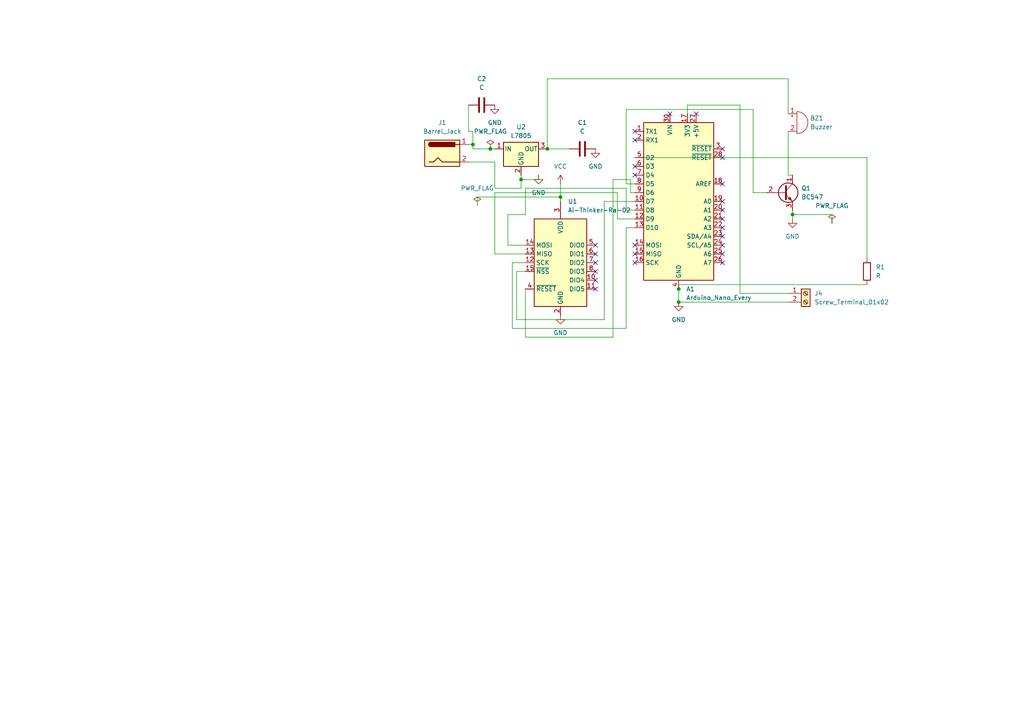
<source format=kicad_sch>
(kicad_sch (version 20250114) (generator "eeschema") (generator_version "9.0")
  (paper "A4")
  (lib_symbols
    (symbol "Connector:Barrel_Jack" (pin_names (offset 1.016))
      (property "Reference" "J" (at 0 5.334 0))
      (property "Value" "Barrel_Jack" (at 0 -5.08 0))
      (symbol "Barrel_Jack_0_1"
        (rectangle (start -5.08 3.81) (end 5.08 -3.81) (stroke (width 0.254)) (fill (type background)))
        (polyline (pts (xy -3.81 -2.54) (xy -2.54 -2.54) (xy -1.27 -1.27) (xy 0 -2.54) (xy 2.54 -2.54) (xy 5.08 -2.54)) (stroke (width 0.254)))
        (arc (start -3.302 1.905) (mid -3.9343 2.54) (end -3.302 3.175) (stroke (width 0.254)))
        (arc (start -3.302 1.905) (mid -3.9343 2.54) (end -3.302 3.175) (stroke (width 0.254)) (fill (type outline)))
        (rectangle (start 3.683 3.175) (end -3.302 1.905) (stroke (width 0.254)) (fill (type outline)))
        (polyline (pts (xy 5.08 2.54) (xy 3.81 2.54)) (stroke (width 0.254)))
      )
      (symbol "Barrel_Jack_1_1"
        (pin passive line (at 7.62 2.54 180) (length 2.54) (name "~") (number "1"))
        (pin passive line (at 7.62 -2.54 180) (length 2.54) (name "~") (number "2"))
      )
    )
    (symbol "Connector:Screw_Terminal_01x02" (pin_names (offset 1.016) (hide yes))
      (property "Reference" "J" (at 0 2.54 0))
      (property "Value" "Screw_Terminal_01x02" (at 0 -5.08 0))
      (symbol "Screw_Terminal_01x02_1_1"
        (rectangle (start -1.27 1.27) (end 1.27 -3.81) (stroke (width 0.254)) (fill (type background)))
        (polyline (pts (xy -0.5334 0.3302) (xy 0.3302 -0.508)) (stroke (width 0.1524)))
        (polyline (pts (xy -0.5334 -2.2098) (xy 0.3302 -3.048)) (stroke (width 0.1524)))
        (polyline (pts (xy -0.3556 0.508) (xy 0.508 -0.3302)) (stroke (width 0.1524)))
        (polyline (pts (xy -0.3556 -2.032) (xy 0.508 -2.8702)) (stroke (width 0.1524)))
        (circle (center 0 0) (radius 0.635) (stroke (width 0.1524)))
        (circle (center 0 -2.54) (radius 0.635) (stroke (width 0.1524)))
        (pin passive line (at -5.08 0 0) (length 3.81) (name "Pin_1") (number "1"))
        (pin passive line (at -5.08 -2.54 0) (length 3.81) (name "Pin_2") (number "2"))
      )
    )
    (symbol "Device:Buzzer" (pin_names (offset 0.0254) (hide yes))
      (property "Reference" "BZ" (at 3.81 1.27 0))
      (property "Value" "Buzzer" (at 3.81 -1.27 0))
      (symbol "Buzzer_0_1"
        (polyline (pts (xy -1.651 1.905) (xy -1.143 1.905)))
        (polyline (pts (xy -1.397 2.159) (xy -1.397 1.651)))
        (arc (start 0 3.175) (mid 3.1612 0) (end 0 -3.175))
        (polyline (pts (xy 0 3.175) (xy 0 -3.175)))
      )
      (symbol "Buzzer_1_1"
        (pin passive line (at -2.54 2.54 0) (length 2.54) (name "+") (number "1"))
        (pin passive line (at -2.54 -2.54 0) (length 2.54) (name "-") (number "2"))
      )
    )
    (symbol "Device:C" (pin_numbers (hide yes)) (pin_names (offset 0.254))
      (property "Reference" "C" (at 0.635 2.54 0))
      (property "Value" "C" (at 0.635 -2.54 0))
      (symbol "C_0_1"
        (polyline (pts (xy -2.032 0.762) (xy 2.032 0.762)) (stroke (width 0.508)))
        (polyline (pts (xy -2.032 -0.762) (xy 2.032 -0.762)) (stroke (width 0.508)))
      )
      (symbol "C_1_1"
        (pin passive line (at 0 3.81 270) (length 2.794) (name "~") (number "1"))
        (pin passive line (at 0 -3.81 90) (length 2.794) (name "~") (number "2"))
      )
    )
    (symbol "Device:R" (pin_numbers (hide yes)) (pin_names (offset 0))
      (property "Reference" "R" (at 2.032 0 90))
      (property "Value" "R" (at 0 0 90))
      (symbol "R_0_1"
        (rectangle (start -1.016 -2.54) (end 1.016 2.54) (stroke (width 0.254)))
      )
      (symbol "R_1_1"
        (pin passive line (at 0 3.81 270) (length 1.27) (name "~") (number "1"))
        (pin passive line (at 0 -3.81 90) (length 1.27) (name "~") (number "2"))
      )
    )
    (symbol "MCU_Module:Arduino_Nano_Every"
      (property "Reference" "A" (at -10.16 23.495 0))
      (property "Value" "Arduino_Nano_Every" (at 5.08 -24.13 0))
      (symbol "Arduino_Nano_Every_0_1"
        (rectangle (start -10.16 22.86) (end 10.16 -22.86) (stroke (width 0.254)) (fill (type background)))
      )
      (symbol "Arduino_Nano_Every_1_1"
        (pin bidirectional line (at -12.7 20.32 0) (length 2.54) (name "TX1") (number "1"))
        (pin bidirectional line (at -12.7 17.78 0) (length 2.54) (name "RX1") (number "2"))
        (pin bidirectional line (at -12.7 12.7 0) (length 2.54) (name "D2") (number "5"))
        (pin bidirectional line (at -12.7 10.16 0) (length 2.54) (name "D3") (number "6"))
        (pin bidirectional line (at -12.7 7.62 0) (length 2.54) (name "D4") (number "7"))
        (pin bidirectional line (at -12.7 5.08 0) (length 2.54) (name "D5") (number "8"))
        (pin bidirectional line (at -12.7 2.54 0) (length 2.54) (name "D6") (number "9"))
        (pin bidirectional line (at -12.7 0 0) (length 2.54) (name "D7") (number "10"))
        (pin bidirectional line (at -12.7 -2.54 0) (length 2.54) (name "D8") (number "11"))
        (pin bidirectional line (at -12.7 -5.08 0) (length 2.54) (name "D9") (number "12"))
        (pin bidirectional line (at -12.7 -7.62 0) (length 2.54) (name "D10") (number "13"))
        (pin bidirectional line (at -12.7 -12.7 0) (length 2.54) (name "MOSI") (number "14"))
        (pin bidirectional line (at -12.7 -15.24 0) (length 2.54) (name "MISO") (number "15"))
        (pin bidirectional line (at -12.7 -17.78 0) (length 2.54) (name "SCK") (number "16"))
        (pin power_in line (at -2.54 25.4 270) (length 2.54) (name "VIN") (number "30"))
        (pin passive line (at 0 -25.4 90) (length 2.54) (hide yes) (name "GND") (number "29"))
        (pin power_in line (at 0 -25.4 90) (length 2.54) (name "GND") (number "4"))
        (pin power_out line (at 2.54 25.4 270) (length 2.54) (name "3V3") (number "17"))
        (pin power_out line (at 5.08 25.4 270) (length 2.54) (name "+5V") (number "27"))
        (pin input line (at 12.7 15.24 180) (length 2.54) (name "~{RESET}") (number "3"))
        (pin input line (at 12.7 12.7 180) (length 2.54) (name "~{RESET}") (number "28"))
        (pin input line (at 12.7 5.08 180) (length 2.54) (name "AREF") (number "18"))
        (pin bidirectional line (at 12.7 0 180) (length 2.54) (name "A0") (number "19"))
        (pin bidirectional line (at 12.7 -2.54 180) (length 2.54) (name "A1") (number "20"))
        (pin bidirectional line (at 12.7 -5.08 180) (length 2.54) (name "A2") (number "21"))
        (pin bidirectional line (at 12.7 -7.62 180) (length 2.54) (name "A3") (number "22"))
        (pin bidirectional line (at 12.7 -10.16 180) (length 2.54) (name "SDA/A4") (number "23"))
        (pin bidirectional line (at 12.7 -12.7 180) (length 2.54) (name "SCL/A5") (number "24"))
        (pin bidirectional line (at 12.7 -15.24 180) (length 2.54) (name "A6") (number "25"))
        (pin bidirectional line (at 12.7 -17.78 180) (length 2.54) (name "A7") (number "26"))
      )
    )
    (symbol "RF_Module:Ai-Thinker-Ra-02"
      (property "Reference" "U" (at 2.54 19.05 0))
      (property "Value" "Ai-Thinker-Ra-02" (at 13.97 -15.24 0))
      (symbol "Ai-Thinker-Ra-02_0_1"
        (rectangle (start -7.62 12.7) (end 7.62 -12.7) (stroke (width 0.254)) (fill (type background)))
      )
      (symbol "Ai-Thinker-Ra-02_1_1"
        (pin input line (at -10.16 5.08 0) (length 2.54) (name "MOSI") (number "14"))
        (pin output line (at -10.16 2.54 0) (length 2.54) (name "MISO") (number "13"))
        (pin input line (at -10.16 0 0) (length 2.54) (name "SCK") (number "12"))
        (pin input line (at -10.16 -2.54 0) (length 2.54) (name "~{NSS}") (number "15"))
        (pin input line (at -10.16 -7.62 0) (length 2.54) (name "~{RESET}") (number "4"))
        (pin power_in line (at 0 17.78 270) (length 5.08) (name "VDD") (number "3"))
        (pin passive line (at 0 -15.24 90) (length 2.54) (hide yes) (name "GND") (number "1"))
        (pin passive line (at 0 -15.24 90) (length 2.54) (hide yes) (name "GND") (number "16"))
        (pin power_in line (at 0 -15.24 90) (length 2.54) (name "GND") (number "2"))
        (pin passive line (at 0 -15.24 90) (length 2.54) (hide yes) (name "GND") (number "9"))
        (pin bidirectional line (at 10.16 5.08 180) (length 2.54) (name "DIO0") (number "5"))
        (pin bidirectional line (at 10.16 2.54 180) (length 2.54) (name "DIO1") (number "6"))
        (pin bidirectional line (at 10.16 0 180) (length 2.54) (name "DIO2") (number "7"))
        (pin bidirectional line (at 10.16 -2.54 180) (length 2.54) (name "DIO3") (number "8"))
        (pin bidirectional line (at 10.16 -5.08 180) (length 2.54) (name "DIO4") (number "10"))
        (pin bidirectional line (at 10.16 -7.62 180) (length 2.54) (name "DIO5") (number "11"))
      )
    )
    (symbol "Regulator_Linear:L7805" (pin_names (offset 0.254))
      (property "Reference" "U" (at -3.81 3.175 0))
      (property "Value" "L7805" (at 0 3.175 0))
      (symbol "L7805_0_1"
        (rectangle (start -5.08 1.905) (end 5.08 -5.08) (stroke (width 0.254)) (fill (type background)))
      )
      (symbol "L7805_1_1"
        (pin power_in line (at -7.62 0 0) (length 2.54) (name "IN") (number "1"))
        (pin power_in line (at 0 -7.62 90) (length 2.54) (name "GND") (number "2"))
        (pin power_out line (at 7.62 0 180) (length 2.54) (name "OUT") (number "3"))
      )
    )
    (symbol "Transistor_BJT:BC547" (pin_names (offset 0) (hide yes))
      (property "Reference" "Q" (at 5.08 1.905 0))
      (property "Value" "BC547" (at 5.08 0 0))
      (symbol "BC547_0_1"
        (polyline (pts (xy -2.54 0) (xy 0.635 0)))
        (polyline (pts (xy 0.635 1.905) (xy 0.635 -1.905)) (stroke (width 0.508)))
        (circle (center 1.27 0) (radius 2.8194) (stroke (width 0.254)))
      )
      (symbol "BC547_1_1"
        (polyline (pts (xy 0.635 0.635) (xy 2.54 2.54)))
        (polyline (pts (xy 0.635 -0.635) (xy 2.54 -2.54)))
        (polyline (pts (xy 1.27 -1.778) (xy 1.778 -1.27) (xy 2.286 -2.286) (xy 1.27 -1.778)) (fill (type outline)))
        (pin input line (at -5.08 0 0) (length 2.54) (name "B") (number "2"))
        (pin passive line (at 2.54 5.08 270) (length 2.54) (name "C") (number "1"))
        (pin passive line (at 2.54 -5.08 90) (length 2.54) (name "E") (number "3"))
      )
    )
    (symbol "power:GND" (power) (pin_numbers (hide yes)) (pin_names (offset 0) (hide yes))
      (property "Value" "GND" (at 0 -3.81 0))
      (symbol "GND_0_1"
        (polyline (pts (xy 0 0) (xy 0 -1.27) (xy 1.27 -1.27) (xy 0 -2.54) (xy -1.27 -1.27) (xy 0 -1.27)))
      )
      (symbol "GND_1_1"
        (pin power_in line (at 0 0 270) (length 0) (name "~") (number "1"))
      )
    )
    (symbol "power:PWR_FLAG" (power) (pin_numbers (hide yes)) (pin_names (offset 0) (hide yes))
      (property "Value" "PWR_FLAG" (at 0 3.81 0))
      (symbol "PWR_FLAG_0_0"
        (pin power_out line (at 0 0 90) (length 0) (name "~") (number "1"))
      )
      (symbol "PWR_FLAG_0_1"
        (polyline (pts (xy 0 0) (xy 0 1.27) (xy -1.016 1.905) (xy 0 2.54) (xy 1.016 1.905) (xy 0 1.27)))
      )
    )
    (symbol "power:VCC" (power) (pin_numbers (hide yes)) (pin_names (offset 0) (hide yes))
      (property "Value" "VCC" (at 0 3.556 0))
      (symbol "VCC_0_1"
        (polyline (pts (xy -0.762 1.27) (xy 0 2.54)))
        (polyline (pts (xy 0 2.54) (xy 0.762 1.27)))
        (polyline (pts (xy 0 0) (xy 0 2.54)))
      )
      (symbol "VCC_1_1"
        (pin power_in line (at 0 0 90) (length 0) (name "~") (number "1"))
      )
    )
  )
  (junction (at 229.87 62.23))
  (junction (at 196.85 83.82))
  (junction (at 137.16 41.91))
  (junction (at 158.75 43.18))
  (junction (at 162.56 57.15))
  (junction (at 196.85 87.63))
  (junction (at 151.13 52.07))
  (junction (at 142.24 43.18))
  (no_connect (at 184.15 48.26))
  (no_connect (at 209.55 53.34))
  (no_connect (at 184.15 50.8))
  (no_connect (at 194.31 33.02))
  (no_connect (at 172.72 76.2))
  (no_connect (at 209.55 68.58))
  (no_connect (at 184.15 73.66))
  (no_connect (at 209.55 63.5))
  (no_connect (at 172.72 73.66))
  (no_connect (at 172.72 78.74))
  (no_connect (at 209.55 60.96))
  (no_connect (at 209.55 45.72))
  (no_connect (at 184.15 38.1))
  (no_connect (at 209.55 71.12))
  (no_connect (at 209.55 73.66))
  (no_connect (at 184.15 71.12))
  (no_connect (at 209.55 76.2))
  (no_connect (at 184.15 40.64))
  (no_connect (at 209.55 43.18))
  (no_connect (at 184.15 76.2))
  (no_connect (at 172.72 71.12))
  (no_connect (at 209.55 66.04))
  (no_connect (at 201.93 33.02))
  (no_connect (at 172.72 83.82))
  (no_connect (at 172.72 81.28))
  (no_connect (at 209.55 58.42))
  (wire (pts (xy 151.13 52.07) (xy 151.13 50.8)))
  (wire (pts (xy 214.63 30.48) (xy 214.63 85.09)))
  (wire (pts (xy 158.75 22.86) (xy 158.75 43.18)))
  (wire (pts (xy 143.51 73.66) (xy 152.4 73.66)))
  (wire (pts (xy 162.56 57.15) (xy 162.56 58.42)))
  (wire (pts (xy 181.61 31.75) (xy 218.44 31.75)))
  (wire (pts (xy 156.21 50.8) (xy 156.21 52.07)))
  (wire (pts (xy 135.89 41.91) (xy 137.16 41.91)))
  (wire (pts (xy 179.07 63.5) (xy 179.07 55.88)))
  (wire (pts (xy 135.89 46.99) (xy 143.51 46.99)))
  (wire (pts (xy 137.16 43.18) (xy 142.24 43.18)))
  (wire (pts (xy 148.59 76.2) (xy 148.59 95.25)))
  (wire (pts (xy 152.4 83.82) (xy 152.4 97.79)))
  (wire (pts (xy 228.6 33.02) (xy 228.6 22.86)))
  (wire (pts (xy 218.44 31.75) (xy 218.44 55.88)))
  (wire (pts (xy 184.15 45.72) (xy 251.46 45.72)))
  (wire (pts (xy 181.61 66.04) (xy 184.15 66.04)))
  (wire (pts (xy 177.8 52.07) (xy 182.88 52.07)))
  (wire (pts (xy 196.85 82.55) (xy 196.85 83.82)))
  (wire (pts (xy 218.44 55.88) (xy 222.25 55.88)))
  (wire (pts (xy 199.39 30.48) (xy 214.63 30.48)))
  (wire (pts (xy 184.15 63.5) (xy 179.07 63.5)))
  (wire (pts (xy 179.07 55.88) (xy 143.51 55.88)))
  (wire (pts (xy 196.85 83.82) (xy 196.85 87.63)))
  (wire (pts (xy 229.87 62.23) (xy 229.87 63.5)))
  (wire (pts (xy 149.86 92.71) (xy 175.26 92.71)))
  (wire (pts (xy 228.6 87.63) (xy 196.85 87.63)))
  (wire (pts (xy 152.4 97.79) (xy 177.8 97.79)))
  (wire (pts (xy 156.21 52.07) (xy 151.13 52.07)))
  (wire (pts (xy 182.88 55.88) (xy 184.15 55.88)))
  (wire (pts (xy 158.75 43.18) (xy 165.1 43.18)))
  (wire (pts (xy 181.61 54.61) (xy 152.4 54.61)))
  (wire (pts (xy 228.6 38.1) (xy 228.6 50.8)))
  (wire (pts (xy 147.32 62.23) (xy 147.32 71.12)))
  (wire (pts (xy 143.51 54.61) (xy 151.13 54.61)))
  (wire (pts (xy 149.86 78.74) (xy 149.86 92.71)))
  (wire (pts (xy 147.32 71.12) (xy 152.4 71.12)))
  (wire (pts (xy 143.51 46.99) (xy 143.51 54.61)))
  (wire (pts (xy 158.75 22.86) (xy 228.6 22.86)))
  (wire (pts (xy 138.43 57.15) (xy 162.56 57.15)))
  (wire (pts (xy 137.16 38.1) (xy 137.16 41.91)))
  (wire (pts (xy 229.87 60.96) (xy 229.87 62.23)))
  (wire (pts (xy 251.46 74.93) (xy 251.46 45.72)))
  (wire (pts (xy 152.4 62.23) (xy 147.32 62.23)))
  (wire (pts (xy 199.39 30.48) (xy 199.39 33.02)))
  (wire (pts (xy 241.3 62.23) (xy 229.87 62.23)))
  (wire (pts (xy 148.59 95.25) (xy 181.61 95.25)))
  (wire (pts (xy 251.46 82.55) (xy 196.85 82.55)))
  (wire (pts (xy 137.16 43.18) (xy 137.16 41.91)))
  (wire (pts (xy 175.26 58.42) (xy 184.15 58.42)))
  (wire (pts (xy 181.61 95.25) (xy 181.61 66.04)))
  (wire (pts (xy 162.56 53.34) (xy 162.56 57.15)))
  (wire (pts (xy 152.4 76.2) (xy 148.59 76.2)))
  (wire (pts (xy 135.89 38.1) (xy 137.16 38.1)))
  (wire (pts (xy 175.26 58.42) (xy 175.26 92.71)))
  (wire (pts (xy 184.15 53.34) (xy 181.61 53.34)))
  (wire (pts (xy 143.51 55.88) (xy 143.51 73.66)))
  (wire (pts (xy 177.8 97.79) (xy 177.8 52.07)))
  (wire (pts (xy 143.51 43.18) (xy 142.24 43.18)))
  (wire (pts (xy 184.15 60.96) (xy 181.61 60.96)))
  (wire (pts (xy 182.88 52.07) (xy 182.88 55.88)))
  (wire (pts (xy 228.6 50.8) (xy 229.87 50.8)))
  (wire (pts (xy 151.13 54.61) (xy 151.13 52.07)))
  (wire (pts (xy 228.6 85.09) (xy 214.63 85.09)))
  (wire (pts (xy 181.61 60.96) (xy 181.61 54.61)))
  (wire (pts (xy 138.43 59.69) (xy 138.43 57.15)))
  (wire (pts (xy 241.3 64.77) (xy 241.3 62.23)))
  (wire (pts (xy 181.61 53.34) (xy 181.61 31.75)))
  (wire (pts (xy 135.89 30.48) (xy 135.89 38.1)))
  (wire (pts (xy 152.4 78.74) (xy 149.86 78.74)))
  (wire (pts (xy 152.4 54.61) (xy 152.4 62.23)))
  (symbol (lib_id "power:GND") (at 162.56 91.44 0) (unit 1)
    (property "Reference" "#PWR04" (effects (hide yes)))
    (property "Value" "GND" (at 162.56 96.52 0))
    (property "Description" "Power symbol creates a global label with name \"GND\" , ground" (effects (hide yes)))
  )
  (symbol (lib_id "Regulator_Linear:L7805") (at 151.13 43.18 0) (unit 1)
    (property "Reference" "U2" (at 151.13 36.83 0))
    (property "Value" "L7805" (at 151.13 39.37 0))
    (property "Footprint" "Converter_DCDC:Converter_DCDC_TRACO_TSR1-xxxxE_THT" (effects (hide yes)))
    (property "Datasheet" "http://www.st.com/content/ccc/resource/technical/document/datasheet/41/4f/b3/b0/12/d4/47/88/CD00000444.pdf/files/CD00000444.pdf/jcr:content/translations/en.CD00000444.pdf" (effects (hide yes)))
    (property "Description" "Positive 1.5A 35V Linear Regulator, Fixed Output 5V, TO-220/TO-263/TO-252" (effects (hide yes)))
  )
  (symbol (lib_id "RF_Module:Ai-Thinker-Ra-02") (at 162.56 76.2 0) (unit 1)
    (property "Reference" "U1" (at 164.7033 58.42 0) (effects (justify left)))
    (property "Value" "Ai-Thinker-Ra-02" (at 164.7033 60.96 0) (effects (justify left)))
    (property "Footprint" "RF_Module:Ai-Thinker-Ra-01-LoRa" (effects (hide yes)))
    (property "Datasheet" "http://wiki.ai-thinker.com/_media/lora/docs/c048ps01a1_ra-02_product_specification_v1.1.pdf" (effects (hide yes)))
    (property "Description" "Ai-Thinker Ra-02 410-525 MHz LoRa Module, SPI interface, U.FL antenna connector" (effects (hide yes)))
  )
  (symbol (lib_id "power:GND") (at 172.72 43.18 0) (unit 1)
    (property "Reference" "#PWR02" (effects (hide yes)))
    (property "Value" "GND" (at 172.72 48.26 0))
    (property "Description" "Power symbol creates a global label with name \"GND\" , ground" (effects (hide yes)))
  )
  (symbol (lib_id "power:GND") (at 229.87 63.5 0) (unit 1)
    (property "Reference" "#PWR01" (effects (hide yes)))
    (property "Value" "GND" (at 229.87 68.58 0))
    (property "Description" "Power symbol creates a global label with name \"GND\" , ground" (effects (hide yes)))
  )
  (symbol (lib_id "Connector:Barrel_Jack") (at 128.27 44.45 0) (unit 1)
    (property "Reference" "J1" (at 128.27 35.56 0))
    (property "Value" "Barrel_Jack" (at 128.27 38.1 0))
    (property "Footprint" "Connector_BarrelJack:BarrelJack_CLIFF_FC681465S_SMT_Horizontal" (effects (hide yes)))
    (property "Description" "DC Barrel Jack" (effects (hide yes)))
  )
  (symbol (lib_id "power:GND") (at 156.21 50.8 0) (unit 1)
    (property "Reference" "#PWR06" (effects (hide yes)))
    (property "Value" "GND" (at 156.21 55.88 0))
    (property "Description" "Power symbol creates a global label with name \"GND\" , ground" (effects (hide yes)))
  )
  (symbol (lib_id "Device:C") (at 139.7 30.48 90) (unit 1)
    (property "Reference" "C2" (at 139.7 22.86 90))
    (property "Value" "C" (at 139.7 25.4 90))
    (property "Footprint" "Capacitor_SMD:CP_Elec_3x5.3" (effects (hide yes)))
    (property "Description" "Unpolarized capacitor" (effects (hide yes)))
  )
  (symbol (lib_id "power:PWR_FLAG") (at 138.43 59.69 0) (unit 1)
    (property "Reference" "#FLG01" (effects (hide yes)))
    (property "Value" "PWR_FLAG" (at 138.43 54.61 0))
    (property "Description" "Special symbol for telling ERC where power comes from" (effects (hide yes)))
  )
  (symbol (lib_id "Connector:Screw_Terminal_01x02") (at 233.68 85.09 0) (unit 1)
    (property "Reference" "J4" (at 236.22 85.0899 0) (effects (justify left)))
    (property "Value" "Screw_Terminal_01x02" (at 236.22 87.6299 0) (effects (justify left)))
    (property "Footprint" "TerminalBlock_MetzConnect:TerminalBlock_MetzConnect_360271_1x01_Horizontal_ScrewM3.0_Boxed" (effects (hide yes)))
    (property "Description" "Generic screw terminal, single row, 01x02, script generated (kicad-library-utils/schlib/autogen/connector/)" (effects (hide yes)))
  )
  (symbol (lib_id "power:GND") (at 196.85 87.63 0) (unit 1)
    (property "Reference" "#PWR05" (effects (hide yes)))
    (property "Value" "GND" (at 196.85 92.71 0))
    (property "Description" "Power symbol creates a global label with name \"GND\" , ground" (effects (hide yes)))
  )
  (symbol (lib_id "Transistor_BJT:BC547") (at 227.33 55.88 0) (unit 1)
    (property "Reference" "Q1" (at 232.41 54.6099 0) (effects (justify left)))
    (property "Value" "BC547" (at 232.41 57.1499 0) (effects (justify left)))
    (property "Footprint" "Package_TO_SOT_THT:TO-92_Inline" (effects (hide yes)))
    (property "Datasheet" "https://www.onsemi.com/pub/Collateral/BC550-D.pdf" (effects (hide yes)))
    (property "Description" "0.1A Ic, 45V Vce, Small Signal NPN Transistor, TO-92" (effects (hide yes)))
  )
  (symbol (lib_id "power:GND") (at 143.51 30.48 0) (unit 1)
    (property "Reference" "#PWR03" (effects (hide yes)))
    (property "Value" "GND" (at 143.51 35.56 0))
    (property "Description" "Power symbol creates a global label with name \"GND\" , ground" (effects (hide yes)))
  )
  (symbol (lib_id "power:VCC") (at 162.56 53.34 0) (unit 1)
    (property "Reference" "#PWR07" (effects (hide yes)))
    (property "Value" "VCC" (at 162.56 48.26 0))
    (property "Description" "Power symbol creates a global label with name \"VCC\"" (effects (hide yes)))
  )
  (symbol (lib_id "Device:C") (at 168.91 43.18 90) (unit 1)
    (property "Reference" "C1" (at 168.91 35.56 90))
    (property "Value" "C" (at 168.91 38.1 90))
    (property "Footprint" "Capacitor_SMD:CP_Elec_3x5.3" (effects (hide yes)))
    (property "Description" "Unpolarized capacitor" (effects (hide yes)))
  )
  (symbol (lib_id "Device:Buzzer") (at 231.14 35.56 0) (unit 1)
    (property "Reference" "BZ1" (at 234.95 34.2899 0) (effects (justify left)))
    (property "Value" "Buzzer" (at 234.95 36.8299 0) (effects (justify left)))
    (property "Footprint" "Buzzer_Beeper:Buzzer_12x9.5RM7.6" (effects (hide yes)))
    (property "Description" "Buzzer, polarized" (effects (hide yes)))
  )
  (symbol (lib_id "MCU_Module:Arduino_Nano_Every") (at 196.85 58.42 0) (unit 1)
    (property "Reference" "A1" (at 198.9933 83.82 0) (effects (justify left)))
    (property "Value" "Arduino_Nano_Every" (at 198.9933 86.36 0) (effects (justify left)))
    (property "Footprint" "Module:Arduino_Nano" (effects (hide yes)))
    (property "Datasheet" "https://content.arduino.cc/assets/NANOEveryV3.0_sch.pdf" (effects (hide yes)))
    (property "Description" "Arduino Nano Every" (effects (hide yes)))
  )
  (symbol (lib_id "power:PWR_FLAG") (at 241.3 64.77 0) (unit 1)
    (property "Reference" "#FLG02" (effects (hide yes)))
    (property "Value" "PWR_FLAG" (at 241.3 59.69 0))
    (property "Description" "Special symbol for telling ERC where power comes from" (effects (hide yes)))
  )
  (symbol (lib_id "Device:R") (at 251.46 78.74 0) (unit 1)
    (property "Reference" "R1" (at 254 77.4699 0) (effects (justify left)))
    (property "Value" "R" (at 254 80.0099 0) (effects (justify left)))
    (property "Footprint" "Resistor_THT:R_Axial_DIN0207_L6.3mm_D2.5mm_P2.54mm_Vertical" (effects (hide yes)))
    (property "Description" "Resistor" (effects (hide yes)))
  )
  (symbol (lib_id "power:PWR_FLAG") (at 142.24 43.18 0) (unit 1)
    (property "Reference" "#FLG03" (effects (hide yes)))
    (property "Value" "PWR_FLAG" (at 142.24 38.1 0))
    (property "Description" "Special symbol for telling ERC where power comes from" (effects (hide yes)))
  )
)
</source>
